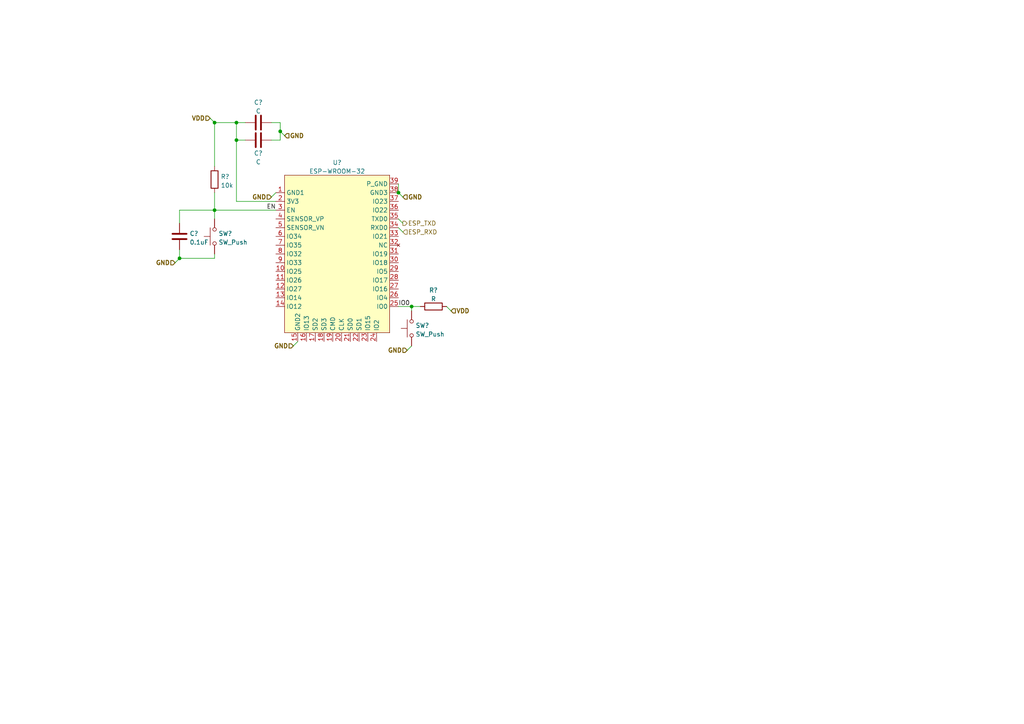
<source format=kicad_sch>
(kicad_sch (version 20211123) (generator eeschema)
  (paper "A4")
  (title_block (title "CanSat 2023") (company "The Project Skyfall"))
  (lib_symbols
    (symbol "Device:C" (pin_numbers hide) (pin_names (offset 0.254))
      (property "Reference" "C" (at 0.635 2.54 0))
      (property "Value" "C" (at 0.635 -2.54 0))
      (symbol "C_0_1"
        (polyline (pts (xy -2.032 -0.762) (xy 2.032 -0.762)) (stroke (width 0.508)))
        (polyline (pts (xy -2.032 0.762) (xy 2.032 0.762)) (stroke (width 0.508)))
      )
      (symbol "C_1_1"
        (pin passive line (at 0 3.81 270) (length 2.794) (name "~") (number "1"))
        (pin passive line (at 0 -3.81 90) (length 2.794) (name "~") (number "2"))
      )
    )
    (symbol "Device:R" (pin_numbers hide) (pin_names (offset 0))
      (property "Reference" "R" (at 2.032 0 90))
      (property "Value" "R" (at 0 0 90))
      (symbol "R_0_1"
        (rectangle (start -1.016 -2.54) (end 1.016 2.54) (stroke (width 0.254)))
      )
      (symbol "R_1_1"
        (pin passive line (at 0 3.81 270) (length 1.27) (name "~") (number "1"))
        (pin passive line (at 0 -3.81 90) (length 1.27) (name "~") (number "2"))
      )
    )
    (symbol "RF_Module:ESP-WROOM-32"
      (property "Reference" "U" (at 0 1.27 0))
      (property "Value" "ESP-WROOM-32" (at 0 -1.27 0))
      (symbol "ESP-WROOM-32_0_1"
        (rectangle (start -15.24 22.86) (end 15.24 -22.86) (stroke (width 0.1524)) (fill (type background)))
      )
      (symbol "ESP-WROOM-32_1_1"
        (pin power_out line (at -17.78 17.78 0) (length 2.54) (name "GND1") (number "1"))
        (pin bidirectional line (at -17.78 -5.08 0) (length 2.54) (name "IO25") (number "10"))
        (pin bidirectional line (at -17.78 -7.62 0) (length 2.54) (name "IO26") (number "11"))
        (pin bidirectional line (at -17.78 -10.16 0) (length 2.54) (name "IO27") (number "12"))
        (pin bidirectional line (at -17.78 -12.7 0) (length 2.54) (name "IO14") (number "13"))
        (pin bidirectional line (at -17.78 -15.24 0) (length 2.54) (name "IO12") (number "14"))
        (pin power_in line (at -11.43 -25.4 90) (length 2.54) (name "GND2") (number "15"))
        (pin bidirectional line (at -8.89 -25.4 90) (length 2.54) (name "IO13") (number "16"))
        (pin bidirectional line (at -6.35 -25.4 90) (length 2.54) (name "SD2") (number "17"))
        (pin bidirectional line (at -3.81 -25.4 90) (length 2.54) (name "SD3") (number "18"))
        (pin bidirectional line (at -1.27 -25.4 90) (length 2.54) (name "CMD") (number "19"))
        (pin power_in line (at -17.78 15.24 0) (length 2.54) (name "3V3") (number "2"))
        (pin bidirectional line (at 1.27 -25.4 90) (length 2.54) (name "CLK") (number "20"))
        (pin bidirectional line (at 3.81 -25.4 90) (length 2.54) (name "SD0") (number "21"))
        (pin bidirectional line (at 6.35 -25.4 90) (length 2.54) (name "SD1") (number "22"))
        (pin bidirectional line (at 8.89 -25.4 90) (length 2.54) (name "IO15") (number "23"))
        (pin bidirectional line (at 11.43 -25.4 90) (length 2.54) (name "IO2") (number "24"))
        (pin bidirectional line (at 17.78 -15.24 180) (length 2.54) (name "IO0") (number "25"))
        (pin bidirectional line (at 17.78 -12.7 180) (length 2.54) (name "IO4") (number "26"))
        (pin bidirectional line (at 17.78 -10.16 180) (length 2.54) (name "IO16") (number "27"))
        (pin bidirectional line (at 17.78 -7.62 180) (length 2.54) (name "IO17") (number "28"))
        (pin bidirectional line (at 17.78 -5.08 180) (length 2.54) (name "IO5") (number "29"))
        (pin input line (at -17.78 12.7 0) (length 2.54) (name "EN") (number "3"))
        (pin bidirectional line (at 17.78 -2.54 180) (length 2.54) (name "IO18") (number "30"))
        (pin bidirectional line (at 17.78 0 180) (length 2.54) (name "IO19") (number "31"))
        (pin no_connect line (at 17.78 2.54 180) (length 2.54) (name "NC") (number "32"))
        (pin bidirectional line (at 17.78 5.08 180) (length 2.54) (name "IO21") (number "33"))
        (pin bidirectional line (at 17.78 7.62 180) (length 2.54) (name "RXD0") (number "34"))
        (pin bidirectional line (at 17.78 10.16 180) (length 2.54) (name "TXD0") (number "35"))
        (pin bidirectional line (at 17.78 12.7 180) (length 2.54) (name "IO22") (number "36"))
        (pin bidirectional line (at 17.78 15.24 180) (length 2.54) (name "IO23") (number "37"))
        (pin power_in line (at 17.78 17.78 180) (length 2.54) (name "GND3") (number "38"))
        (pin power_in line (at 17.78 20.32 180) (length 2.54) (name "P_GND") (number "39"))
        (pin bidirectional line (at -17.78 10.16 0) (length 2.54) (name "SENSOR_VP") (number "4"))
        (pin bidirectional line (at -17.78 7.62 0) (length 2.54) (name "SENSOR_VN") (number "5"))
        (pin bidirectional line (at -17.78 5.08 0) (length 2.54) (name "IO34") (number "6"))
        (pin bidirectional line (at -17.78 2.54 0) (length 2.54) (name "IO35") (number "7"))
        (pin bidirectional line (at -17.78 0 0) (length 2.54) (name "IO32") (number "8"))
        (pin bidirectional line (at -17.78 -2.54 0) (length 2.54) (name "IO33") (number "9"))
      )
    )
    (symbol "Switch:SW_Push" (pin_numbers hide) (pin_names (offset 1.016) hide)
      (property "Reference" "SW" (at 1.27 2.54 0))
      (property "Value" "SW_Push" (at 0 -1.524 0))
      (symbol "SW_Push_0_1"
        (circle (center -2.032 0) (radius 0.508))
        (polyline (pts (xy 0 1.27) (xy 0 3.048)))
        (polyline (pts (xy 2.54 1.27) (xy -2.54 1.27)))
        (circle (center 2.032 0) (radius 0.508))
        (pin passive line (at -5.08 0 0) (length 2.54) (name "1") (number "1"))
        (pin passive line (at 5.08 0 180) (length 2.54) (name "2") (number "2"))
      )
    )
  )
  (junction (at 52.07 74.93))
  (junction (at 62.23 60.96))
  (junction (at 62.23 35.56))
  (junction (at 68.58 35.56))
  (junction (at 119.38 88.9))
  (junction (at 68.58 40.64))
  (junction (at 81.28 38.1))
  (junction (at 115.57 55.88))
  (no_connect (at 149.86 -58.42))
  (wire (pts (xy 115.57 63.5) (xy 116.84 64.77)))
  (wire (pts (xy 116.84 57.15) (xy 115.57 55.88)))
  (wire (pts (xy 115.57 66.04) (xy 116.84 67.31)))
  (wire (pts (xy 62.23 73.66) (xy 62.23 74.93)))
  (wire (pts (xy 62.23 48.26) (xy 62.23 35.56)))
  (wire (pts (xy 80.01 58.42) (xy 68.58 58.42)))
  (wire (pts (xy 52.07 72.39) (xy 52.07 74.93)))
  (wire (pts (xy 68.58 35.56) (xy 68.58 40.64)))
  (wire (pts (xy 78.74 57.15) (xy 80.01 55.88)))
  (wire (pts (xy 81.28 35.56) (xy 78.74 35.56)))
  (wire (pts (xy 62.23 74.93) (xy 52.07 74.93)))
  (wire (pts (xy 130.81 90.17) (xy 129.54 88.9)))
  (wire (pts (xy 81.28 38.1) (xy 81.28 35.56)))
  (wire (pts (xy 62.23 35.56) (xy 68.58 35.56)))
  (wire (pts (xy 82.55 39.37) (xy 81.28 38.1)))
  (wire (pts (xy 118.11 101.6) (xy 119.38 100.33)))
  (wire (pts (xy 119.38 88.9) (xy 119.38 90.17)))
  (wire (pts (xy 52.07 60.96) (xy 62.23 60.96)))
  (wire (pts (xy 115.57 88.9) (xy 119.38 88.9)))
  (wire (pts (xy 71.12 35.56) (xy 68.58 35.56)))
  (wire (pts (xy 50.8 76.2) (xy 52.07 74.93)))
  (wire (pts (xy 68.58 40.64) (xy 68.58 58.42)))
  (wire (pts (xy 80.01 60.96) (xy 62.23 60.96)))
  (wire (pts (xy 68.58 40.64) (xy 71.12 40.64)))
  (wire (pts (xy 119.38 88.9) (xy 121.92 88.9)))
  (wire (pts (xy 85.09 100.33) (xy 86.36 99.06)))
  (wire (pts (xy 52.07 64.77) (xy 52.07 60.96)))
  (wire (pts (xy 115.57 55.88) (xy 115.57 53.34)))
  (wire (pts (xy 60.96 34.29) (xy 62.23 35.56)))
  (wire (pts (xy 81.28 40.64) (xy 81.28 38.1)))
  (wire (pts (xy 62.23 60.96) (xy 62.23 63.5)))
  (wire (pts (xy 78.74 40.64) (xy 81.28 40.64)))
  (wire (pts (xy 62.23 55.88) (xy 62.23 60.96)))
  (label "EN" (at 80.01 60.96 180))
  (label "IO0" (at 115.57 88.9 0))
  (hierarchical_label "VDD" (shape input) (at 60.96 34.29 180) (effects (font (thickness 0.254) bold)))
  (hierarchical_label "GND" (shape input) (at 78.74 57.15 180) (effects (font (thickness 0.254) bold)))
  (hierarchical_label "GND" (shape input) (at 50.8 76.2 180) (effects (font (thickness 0.254) bold)))
  (hierarchical_label "GND" (shape input) (at 82.55 39.37 0) (effects (font (thickness 0.254) bold)))
  (hierarchical_label "GND" (shape input) (at 85.09 100.33 180) (effects (font (thickness 0.254) bold)))
  (hierarchical_label "GND" (shape input) (at 118.11 101.6 180) (effects (font (thickness 0.254) bold)))
  (hierarchical_label "VDD" (shape input) (at 130.81 90.17 0) (effects (font (thickness 0.254) bold)))
  (hierarchical_label "ESP_TXD" (shape output) (at 116.84 64.77 0))
  (hierarchical_label "GND" (shape input) (at 116.84 57.15 0) (effects (font (thickness 0.254) bold)))
  (hierarchical_label "ESP_RXD" (shape input) (at 116.84 67.31 0))
  (symbol (lib_id "Device:C") (at 74.93 40.64 90) (unit 1)
    (property "Reference" "C?" (at 74.93 44.45 90))
    (property "Value" "C" (at 74.93 46.99 90))
  )
  (symbol (lib_id "Device:R") (at 125.73 88.9 90) (unit 1)
    (property "Reference" "R?" (at 125.73 84.1842 90))
    (property "Value" "R" (at 125.73 86.7211 90))
  )
  (symbol (lib_id "Device:R") (at 62.23 52.07 0) (unit 1)
    (property "Reference" "R?" (at 64.008 51.2353 0) (effects (justify left)))
    (property "Value" "10k" (at 64.008 53.7722 0) (effects (justify left)))
  )
  (symbol (lib_id "Switch:SW_Push") (at 62.23 68.58 90) (unit 1)
    (property "Reference" "SW?" (at 63.373 67.7453 90) (effects (justify right)))
    (property "Value" "SW_Push" (at 63.373 70.2822 90) (effects (justify right)))
  )
  (symbol (lib_id "Switch:SW_Push") (at 119.38 95.25 90) (unit 1)
    (property "Reference" "SW?" (at 120.523 94.4153 90) (effects (justify right)))
    (property "Value" "SW_Push" (at 120.523 96.9522 90) (effects (justify right)))
  )
  (symbol (lib_id "Device:C") (at 74.93 35.56 90) (unit 1)
    (property "Reference" "C?" (at 74.93 29.7012 90))
    (property "Value" "C" (at 74.93 32.2381 90))
  )
  (symbol (lib_id "RF_Module:ESP-WROOM-32") (at 97.79 73.66 0) (unit 1)
    (property "Reference" "U?" (at 97.79 47.151 0))
    (property "Value" "ESP-WROOM-32" (at 97.79 49.6879 0))
  )
  (symbol (lib_id "Device:C") (at 52.07 68.58 180) (unit 1)
    (property "Reference" "C?" (at 54.991 67.7453 0) (effects (justify right)))
    (property "Value" "0.1uF" (at 54.991 70.2822 0) (effects (justify right)))
  )
)
</source>
